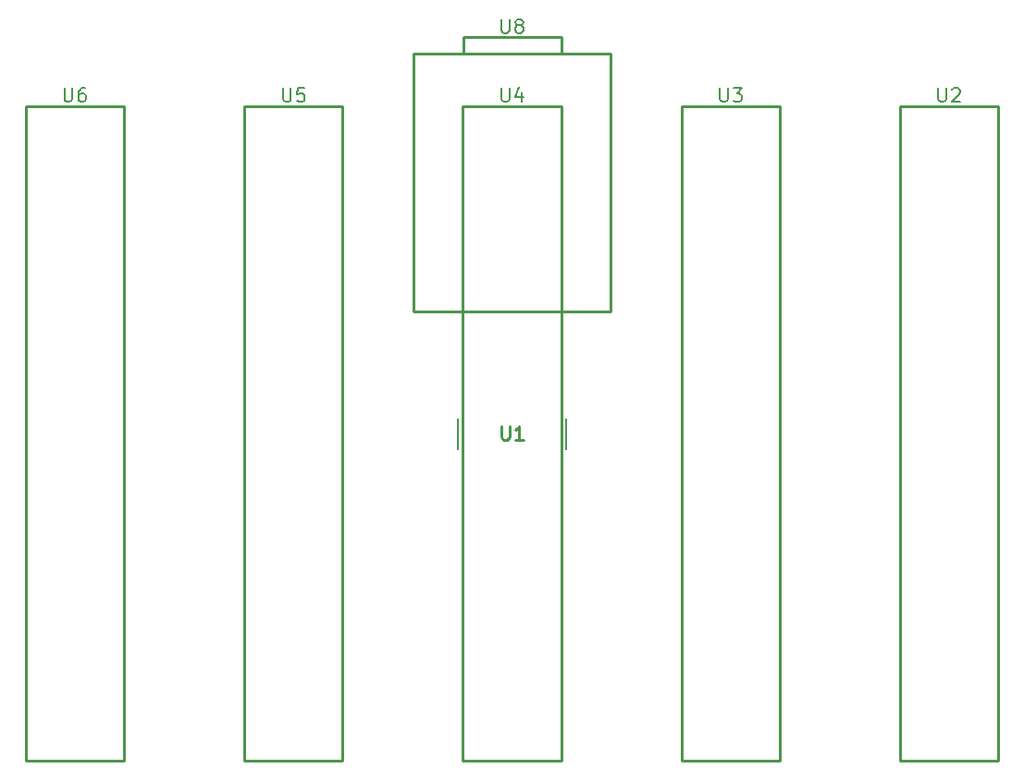
<source format=gbr>
%TF.GenerationSoftware,KiCad,Pcbnew,9.0.7*%
%TF.CreationDate,2026-01-29T16:23:54-06:00*%
%TF.ProjectId,deej,6465656a-2e6b-4696-9361-645f70636258,rev?*%
%TF.SameCoordinates,Original*%
%TF.FileFunction,Legend,Top*%
%TF.FilePolarity,Positive*%
%FSLAX46Y46*%
G04 Gerber Fmt 4.6, Leading zero omitted, Abs format (unit mm)*
G04 Created by KiCad (PCBNEW 9.0.7) date 2026-01-29 16:23:54*
%MOMM*%
%LPD*%
G01*
G04 APERTURE LIST*
%ADD10C,0.254000*%
%ADD11C,0.150000*%
%ADD12C,0.200000*%
%ADD13C,0.100000*%
G04 APERTURE END LIST*
D10*
X149032380Y-104304318D02*
X149032380Y-105332413D01*
X149032380Y-105332413D02*
X149092857Y-105453365D01*
X149092857Y-105453365D02*
X149153333Y-105513842D01*
X149153333Y-105513842D02*
X149274285Y-105574318D01*
X149274285Y-105574318D02*
X149516190Y-105574318D01*
X149516190Y-105574318D02*
X149637142Y-105513842D01*
X149637142Y-105513842D02*
X149697619Y-105453365D01*
X149697619Y-105453365D02*
X149758095Y-105332413D01*
X149758095Y-105332413D02*
X149758095Y-104304318D01*
X151028095Y-105574318D02*
X150302380Y-105574318D01*
X150665237Y-105574318D02*
X150665237Y-104304318D01*
X150665237Y-104304318D02*
X150544285Y-104485746D01*
X150544285Y-104485746D02*
X150423333Y-104606699D01*
X150423333Y-104606699D02*
X150302380Y-104667175D01*
D11*
X189032380Y-73347826D02*
X189032380Y-74375921D01*
X189032380Y-74375921D02*
X189092857Y-74496873D01*
X189092857Y-74496873D02*
X189153333Y-74557350D01*
X189153333Y-74557350D02*
X189274285Y-74617826D01*
X189274285Y-74617826D02*
X189516190Y-74617826D01*
X189516190Y-74617826D02*
X189637142Y-74557350D01*
X189637142Y-74557350D02*
X189697619Y-74496873D01*
X189697619Y-74496873D02*
X189758095Y-74375921D01*
X189758095Y-74375921D02*
X189758095Y-73347826D01*
X190302380Y-73468778D02*
X190362856Y-73408302D01*
X190362856Y-73408302D02*
X190483809Y-73347826D01*
X190483809Y-73347826D02*
X190786190Y-73347826D01*
X190786190Y-73347826D02*
X190907142Y-73408302D01*
X190907142Y-73408302D02*
X190967618Y-73468778D01*
X190967618Y-73468778D02*
X191028095Y-73589730D01*
X191028095Y-73589730D02*
X191028095Y-73710683D01*
X191028095Y-73710683D02*
X190967618Y-73892111D01*
X190967618Y-73892111D02*
X190241904Y-74617826D01*
X190241904Y-74617826D02*
X191028095Y-74617826D01*
X149032380Y-67052726D02*
X149032380Y-68080821D01*
X149032380Y-68080821D02*
X149092857Y-68201773D01*
X149092857Y-68201773D02*
X149153333Y-68262250D01*
X149153333Y-68262250D02*
X149274285Y-68322726D01*
X149274285Y-68322726D02*
X149516190Y-68322726D01*
X149516190Y-68322726D02*
X149637142Y-68262250D01*
X149637142Y-68262250D02*
X149697619Y-68201773D01*
X149697619Y-68201773D02*
X149758095Y-68080821D01*
X149758095Y-68080821D02*
X149758095Y-67052726D01*
X150544285Y-67597011D02*
X150423333Y-67536535D01*
X150423333Y-67536535D02*
X150362856Y-67476059D01*
X150362856Y-67476059D02*
X150302380Y-67355107D01*
X150302380Y-67355107D02*
X150302380Y-67294630D01*
X150302380Y-67294630D02*
X150362856Y-67173678D01*
X150362856Y-67173678D02*
X150423333Y-67113202D01*
X150423333Y-67113202D02*
X150544285Y-67052726D01*
X150544285Y-67052726D02*
X150786190Y-67052726D01*
X150786190Y-67052726D02*
X150907142Y-67113202D01*
X150907142Y-67113202D02*
X150967618Y-67173678D01*
X150967618Y-67173678D02*
X151028095Y-67294630D01*
X151028095Y-67294630D02*
X151028095Y-67355107D01*
X151028095Y-67355107D02*
X150967618Y-67476059D01*
X150967618Y-67476059D02*
X150907142Y-67536535D01*
X150907142Y-67536535D02*
X150786190Y-67597011D01*
X150786190Y-67597011D02*
X150544285Y-67597011D01*
X150544285Y-67597011D02*
X150423333Y-67657488D01*
X150423333Y-67657488D02*
X150362856Y-67717964D01*
X150362856Y-67717964D02*
X150302380Y-67838916D01*
X150302380Y-67838916D02*
X150302380Y-68080821D01*
X150302380Y-68080821D02*
X150362856Y-68201773D01*
X150362856Y-68201773D02*
X150423333Y-68262250D01*
X150423333Y-68262250D02*
X150544285Y-68322726D01*
X150544285Y-68322726D02*
X150786190Y-68322726D01*
X150786190Y-68322726D02*
X150907142Y-68262250D01*
X150907142Y-68262250D02*
X150967618Y-68201773D01*
X150967618Y-68201773D02*
X151028095Y-68080821D01*
X151028095Y-68080821D02*
X151028095Y-67838916D01*
X151028095Y-67838916D02*
X150967618Y-67717964D01*
X150967618Y-67717964D02*
X150907142Y-67657488D01*
X150907142Y-67657488D02*
X150786190Y-67597011D01*
X169032380Y-73347826D02*
X169032380Y-74375921D01*
X169032380Y-74375921D02*
X169092857Y-74496873D01*
X169092857Y-74496873D02*
X169153333Y-74557350D01*
X169153333Y-74557350D02*
X169274285Y-74617826D01*
X169274285Y-74617826D02*
X169516190Y-74617826D01*
X169516190Y-74617826D02*
X169637142Y-74557350D01*
X169637142Y-74557350D02*
X169697619Y-74496873D01*
X169697619Y-74496873D02*
X169758095Y-74375921D01*
X169758095Y-74375921D02*
X169758095Y-73347826D01*
X170241904Y-73347826D02*
X171028095Y-73347826D01*
X171028095Y-73347826D02*
X170604761Y-73831635D01*
X170604761Y-73831635D02*
X170786190Y-73831635D01*
X170786190Y-73831635D02*
X170907142Y-73892111D01*
X170907142Y-73892111D02*
X170967618Y-73952588D01*
X170967618Y-73952588D02*
X171028095Y-74073540D01*
X171028095Y-74073540D02*
X171028095Y-74375921D01*
X171028095Y-74375921D02*
X170967618Y-74496873D01*
X170967618Y-74496873D02*
X170907142Y-74557350D01*
X170907142Y-74557350D02*
X170786190Y-74617826D01*
X170786190Y-74617826D02*
X170423333Y-74617826D01*
X170423333Y-74617826D02*
X170302380Y-74557350D01*
X170302380Y-74557350D02*
X170241904Y-74496873D01*
X129032380Y-73347826D02*
X129032380Y-74375921D01*
X129032380Y-74375921D02*
X129092857Y-74496873D01*
X129092857Y-74496873D02*
X129153333Y-74557350D01*
X129153333Y-74557350D02*
X129274285Y-74617826D01*
X129274285Y-74617826D02*
X129516190Y-74617826D01*
X129516190Y-74617826D02*
X129637142Y-74557350D01*
X129637142Y-74557350D02*
X129697619Y-74496873D01*
X129697619Y-74496873D02*
X129758095Y-74375921D01*
X129758095Y-74375921D02*
X129758095Y-73347826D01*
X130967618Y-73347826D02*
X130362856Y-73347826D01*
X130362856Y-73347826D02*
X130302380Y-73952588D01*
X130302380Y-73952588D02*
X130362856Y-73892111D01*
X130362856Y-73892111D02*
X130483809Y-73831635D01*
X130483809Y-73831635D02*
X130786190Y-73831635D01*
X130786190Y-73831635D02*
X130907142Y-73892111D01*
X130907142Y-73892111D02*
X130967618Y-73952588D01*
X130967618Y-73952588D02*
X131028095Y-74073540D01*
X131028095Y-74073540D02*
X131028095Y-74375921D01*
X131028095Y-74375921D02*
X130967618Y-74496873D01*
X130967618Y-74496873D02*
X130907142Y-74557350D01*
X130907142Y-74557350D02*
X130786190Y-74617826D01*
X130786190Y-74617826D02*
X130483809Y-74617826D01*
X130483809Y-74617826D02*
X130362856Y-74557350D01*
X130362856Y-74557350D02*
X130302380Y-74496873D01*
X149032380Y-73347826D02*
X149032380Y-74375921D01*
X149032380Y-74375921D02*
X149092857Y-74496873D01*
X149092857Y-74496873D02*
X149153333Y-74557350D01*
X149153333Y-74557350D02*
X149274285Y-74617826D01*
X149274285Y-74617826D02*
X149516190Y-74617826D01*
X149516190Y-74617826D02*
X149637142Y-74557350D01*
X149637142Y-74557350D02*
X149697619Y-74496873D01*
X149697619Y-74496873D02*
X149758095Y-74375921D01*
X149758095Y-74375921D02*
X149758095Y-73347826D01*
X150907142Y-73771159D02*
X150907142Y-74617826D01*
X150604761Y-73287350D02*
X150302380Y-74194492D01*
X150302380Y-74194492D02*
X151088571Y-74194492D01*
X109032380Y-73347826D02*
X109032380Y-74375921D01*
X109032380Y-74375921D02*
X109092857Y-74496873D01*
X109092857Y-74496873D02*
X109153333Y-74557350D01*
X109153333Y-74557350D02*
X109274285Y-74617826D01*
X109274285Y-74617826D02*
X109516190Y-74617826D01*
X109516190Y-74617826D02*
X109637142Y-74557350D01*
X109637142Y-74557350D02*
X109697619Y-74496873D01*
X109697619Y-74496873D02*
X109758095Y-74375921D01*
X109758095Y-74375921D02*
X109758095Y-73347826D01*
X110907142Y-73347826D02*
X110665237Y-73347826D01*
X110665237Y-73347826D02*
X110544285Y-73408302D01*
X110544285Y-73408302D02*
X110483809Y-73468778D01*
X110483809Y-73468778D02*
X110362856Y-73650207D01*
X110362856Y-73650207D02*
X110302380Y-73892111D01*
X110302380Y-73892111D02*
X110302380Y-74375921D01*
X110302380Y-74375921D02*
X110362856Y-74496873D01*
X110362856Y-74496873D02*
X110423333Y-74557350D01*
X110423333Y-74557350D02*
X110544285Y-74617826D01*
X110544285Y-74617826D02*
X110786190Y-74617826D01*
X110786190Y-74617826D02*
X110907142Y-74557350D01*
X110907142Y-74557350D02*
X110967618Y-74496873D01*
X110967618Y-74496873D02*
X111028095Y-74375921D01*
X111028095Y-74375921D02*
X111028095Y-74073540D01*
X111028095Y-74073540D02*
X110967618Y-73952588D01*
X110967618Y-73952588D02*
X110907142Y-73892111D01*
X110907142Y-73892111D02*
X110786190Y-73831635D01*
X110786190Y-73831635D02*
X110544285Y-73831635D01*
X110544285Y-73831635D02*
X110423333Y-73892111D01*
X110423333Y-73892111D02*
X110362856Y-73952588D01*
X110362856Y-73952588D02*
X110302380Y-74073540D01*
D12*
%TO.C,U1*%
X145050000Y-103600000D02*
X145050000Y-106400000D01*
D13*
X145505000Y-109100000D02*
X145505000Y-109100000D01*
X145505000Y-109200000D02*
X145505000Y-109200000D01*
D12*
X154950000Y-103600000D02*
X154950000Y-106400000D01*
D13*
X145505000Y-109100000D02*
G75*
G02*
X145505000Y-109200000I0J-50000D01*
G01*
X145505000Y-109200000D02*
G75*
G02*
X145505000Y-109100000I0J50000D01*
G01*
%TO.C,U2*%
D10*
X185500100Y-75000100D02*
X194500100Y-75000100D01*
X194500100Y-135000000D01*
X185500100Y-135000000D01*
X185500100Y-75000100D01*
%TO.C,U8*%
X141000000Y-70205000D02*
X159000000Y-70205000D01*
X141000000Y-93804900D02*
X141000000Y-70205000D01*
X145534500Y-68705000D02*
X154500000Y-68705000D01*
X145534500Y-70205000D02*
X145534500Y-68705000D01*
X154500000Y-68705000D02*
X154500000Y-70205000D01*
X159000000Y-70205000D02*
X159000000Y-93804900D01*
X159000000Y-93804900D02*
X141000000Y-93804900D01*
%TO.C,U3*%
X165500100Y-75000100D02*
X174500100Y-75000100D01*
X174500100Y-135000000D01*
X165500100Y-135000000D01*
X165500100Y-75000100D01*
%TO.C,U5*%
X125500100Y-75000100D02*
X134500100Y-75000100D01*
X134500100Y-135000000D01*
X125500100Y-135000000D01*
X125500100Y-75000100D01*
%TO.C,U4*%
X145500100Y-75000100D02*
X154500100Y-75000100D01*
X154500100Y-135000000D01*
X145500100Y-135000000D01*
X145500100Y-75000100D01*
%TO.C,U6*%
X105500100Y-75000100D02*
X114500100Y-75000100D01*
X114500100Y-135000000D01*
X105500100Y-135000000D01*
X105500100Y-75000100D01*
%TD*%
M02*

</source>
